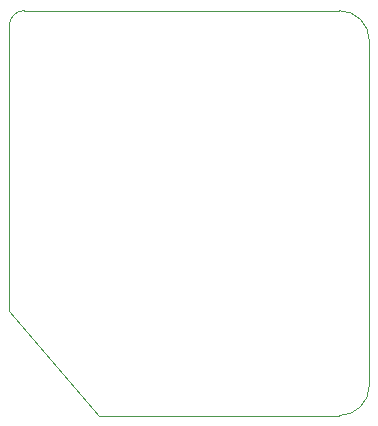
<source format=gbr>
%TF.GenerationSoftware,KiCad,Pcbnew,(5.1.8)-1*%
%TF.CreationDate,2021-03-25T23:04:17+02:00*%
%TF.ProjectId,charlie_keychain,63686172-6c69-4655-9f6b-657963686169,rev?*%
%TF.SameCoordinates,Original*%
%TF.FileFunction,Profile,NP*%
%FSLAX46Y46*%
G04 Gerber Fmt 4.6, Leading zero omitted, Abs format (unit mm)*
G04 Created by KiCad (PCBNEW (5.1.8)-1) date 2021-03-25 23:04:17*
%MOMM*%
%LPD*%
G01*
G04 APERTURE LIST*
%TA.AperFunction,Profile*%
%ADD10C,0.050000*%
%TD*%
G04 APERTURE END LIST*
D10*
X104140000Y-80010000D02*
X104140000Y-55880000D01*
X132080000Y-88900000D02*
X111760000Y-88900000D01*
X134620000Y-57150000D02*
X134620000Y-86360000D01*
X105410000Y-54610000D02*
X132080000Y-54610000D01*
X104140000Y-55880000D02*
G75*
G02*
X105410000Y-54610000I1270000J0D01*
G01*
X132080000Y-54610000D02*
G75*
G02*
X134620000Y-57150000I0J-2540000D01*
G01*
X134620000Y-86360000D02*
G75*
G02*
X132080000Y-88900000I-2540000J0D01*
G01*
X111760000Y-88900000D02*
X104140000Y-80010000D01*
M02*

</source>
